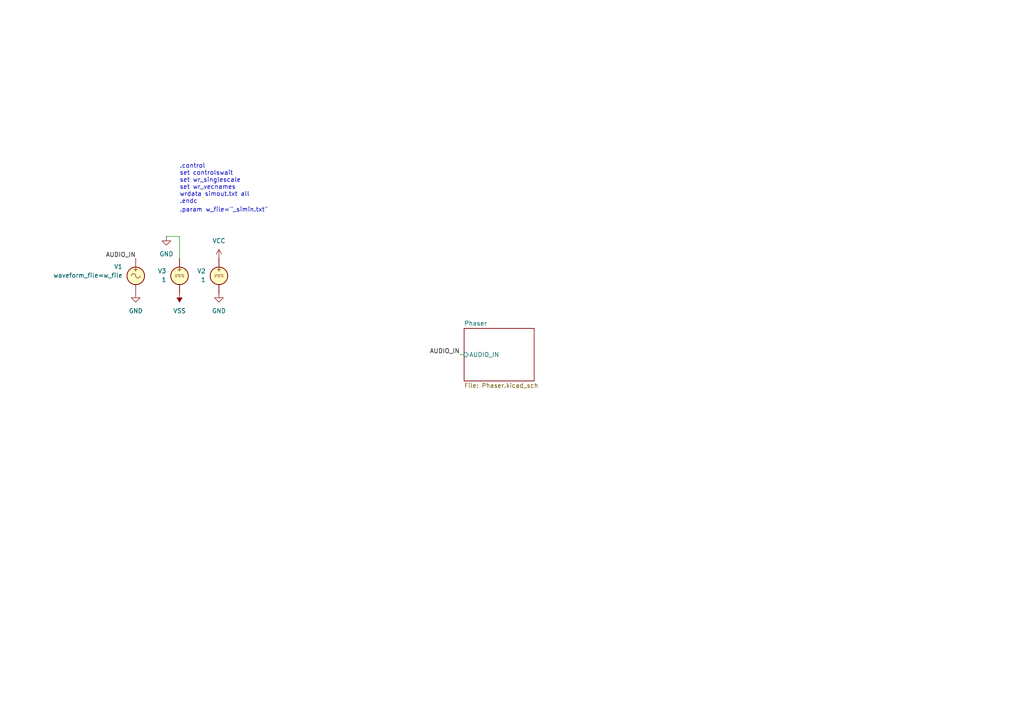
<source format=kicad_sch>
(kicad_sch (version 20250114) (generator "eeschema") (generator_version "9.0")
  (paper "A4")
  (lib_symbols
    (symbol "Simulation_SPICE:VDC" (pin_numbers (hide yes)) (pin_names (offset 0.0254))
      (property "Reference" "V" (at 2.54 2.54 0))
      (property "Value" "1" (at 2.54 0 0))
      (symbol "VDC_0_0"
        (polyline (pts (xy -1.27 0.254) (xy 1.27 0.254)))
        (polyline (pts (xy -0.762 -0.254) (xy -1.27 -0.254)))
        (polyline (pts (xy 0.254 -0.254) (xy -0.254 -0.254)))
        (polyline (pts (xy 1.27 -0.254) (xy 0.762 -0.254)))
        (text "+" (at 0 1.905 0) (effects (font (size 1.27 1.27))))
      )
      (symbol "VDC_0_1"
        (circle (center 0 0) (radius 2.54) (stroke (width 0.254)) (fill (type background)))
      )
      (symbol "VDC_1_1"
        (pin passive line (at 0 5.08 270) (length 2.54) (name "~") (number "1"))
        (pin passive line (at 0 -5.08 90) (length 2.54) (name "~") (number "2"))
      )
    )
    (symbol "Simulation_SPICE:VSIN" (pin_numbers (hide yes)) (pin_names (offset 0.0254))
      (property "Reference" "V" (at 2.54 2.54 0))
      (property "Value" "VSIN" (at 2.54 0 0))
      (property "Sim.Params" "dc=0 ampl=1 f=1k ac=1" (at 2.54 -2.54 0))
      (symbol "VSIN_0_0"
        (arc (start -1.27 0) (mid -0.635 0.6323) (end 0 0))
        (arc (start 1.27 0) (mid 0.635 -0.6323) (end 0 0))
        (text "+" (at 0 1.905 0) (effects (font (size 1.27 1.27))))
      )
      (symbol "VSIN_0_1"
        (circle (center 0 0) (radius 2.54) (stroke (width 0.254)) (fill (type background)))
      )
      (symbol "VSIN_1_1"
        (pin passive line (at 0 5.08 270) (length 2.54) (name "~") (number "1"))
        (pin passive line (at 0 -5.08 90) (length 2.54) (name "~") (number "2"))
      )
    )
    (symbol "power:GND" (power) (pin_numbers (hide yes)) (pin_names (offset 0) (hide yes))
      (property "Value" "GND" (at 0 -3.81 0))
      (symbol "GND_0_1"
        (polyline (pts (xy 0 0) (xy 0 -1.27) (xy 1.27 -1.27) (xy 0 -2.54) (xy -1.27 -1.27) (xy 0 -1.27)))
      )
      (symbol "GND_1_1"
        (pin power_in line (at 0 0 270) (length 0) (name "~") (number "1"))
      )
    )
    (symbol "power:VCC" (power) (pin_numbers (hide yes)) (pin_names (offset 0) (hide yes))
      (property "Value" "VCC" (at 0 3.556 0))
      (symbol "VCC_0_1"
        (polyline (pts (xy -0.762 1.27) (xy 0 2.54)))
        (polyline (pts (xy 0 2.54) (xy 0.762 1.27)))
        (polyline (pts (xy 0 0) (xy 0 2.54)))
      )
      (symbol "VCC_1_1"
        (pin power_in line (at 0 0 90) (length 0) (name "~") (number "1"))
      )
    )
    (symbol "power:VSS" (power) (pin_numbers (hide yes)) (pin_names (offset 0) (hide yes))
      (property "Value" "VSS" (at 0 3.556 0))
      (symbol "VSS_0_1"
        (polyline (pts (xy 0 0) (xy 0 2.54)))
        (polyline (pts (xy 0.762 1.27) (xy -0.762 1.27) (xy 0 2.54) (xy 0.762 1.27)) (fill (type outline)))
      )
      (symbol "VSS_1_1"
        (pin power_in line (at 0 0 90) (length 0) (name "~") (number "1"))
      )
    )
  )
  (text ".control\nset controlswait\nset wr_singlescale\nset wr_vecnames\nwrdata simout.txt all\n.endc" (at 52.07 53.34 0) (effects (font (size 1.27 1.27)) (justify left)))
  (text ".param w_file=\"${PROJECTNAME}_simin.txt\"" (at 52.07 60.96 0) (effects (font (size 1.27 1.27)) (justify left)))
  (wire (pts (xy 133.35 102.87) (xy 134.62 102.87)))
  (wire (pts (xy 52.07 68.58) (xy 52.07 74.93)))
  (wire (pts (xy 48.26 68.58) (xy 52.07 68.58)))
  (label "AUDIO_IN" (at 39.37 74.93 180))
  (label "AUDIO_IN" (at 133.35 102.87 180))
  (symbol (lib_id "Simulation_SPICE:VDC") (at 52.07 80.01 0) (unit 1)
    (property "Reference" "V3" (at 48.26 78.6101 0) (effects (justify right)))
    (property "Value" "1" (at 48.26 81.1501 0) (effects (justify right)))
    (property "Datasheet" "https://ngspice.sourceforge.io/docs/ngspice-html-manual/manual.xhtml#sec_Independent_Sources_for" (effects (hide yes)))
    (property "Description" "Voltage source, DC" (effects (hide yes)))
    (property "Sim.Pins" "1=+ 2=-" (effects (hide yes)))
    (property "Sim.Type" "DC" (effects (hide yes)))
    (property "Sim.Device" "V" (effects (hide yes)))
  )
  (symbol (lib_id "power:GND") (at 39.37 85.09 0) (unit 1)
    (property "Reference" "#PWR010" (effects (hide yes)))
    (property "Value" "GND" (at 39.37 90.17 0))
    (property "Description" "Power symbol creates a global label with name \"GND\" , ground" (effects (hide yes)))
  )
  (symbol (lib_id "Simulation_SPICE:VDC") (at 63.5 80.01 0) (unit 1)
    (property "Reference" "V2" (at 59.69 78.6101 0) (effects (justify right)))
    (property "Value" "1" (at 59.69 81.1501 0) (effects (justify right)))
    (property "Datasheet" "https://ngspice.sourceforge.io/docs/ngspice-html-manual/manual.xhtml#sec_Independent_Sources_for" (effects (hide yes)))
    (property "Description" "Voltage source, DC" (effects (hide yes)))
    (property "Sim.Pins" "1=+ 2=-" (effects (hide yes)))
    (property "Sim.Type" "DC" (effects (hide yes)))
    (property "Sim.Device" "V" (effects (hide yes)))
  )
  (symbol (lib_id "Simulation_SPICE:VSIN") (at 39.37 80.01 0) (unit 1)
    (property "Reference" "V1" (at 35.56 77.3401 0) (effects (justify right)))
    (property "Value" "${SIM.PARAMS}" (at 35.56 79.8801 0) (effects (justify right)))
    (property "Datasheet" "https://ngspice.sourceforge.io/docs/ngspice-html-manual/manual.xhtml#sec_Independent_Sources_for" (effects (hide yes)))
    (property "Description" "Voltage source, sinusoidal" (effects (hide yes)))
    (property "Sim.Pins" "1=n1 2=n2" (effects (hide yes)))
    (property "Sim.Device" "SUBCKT" (effects (hide yes)))
    (property "Sim.Library" "arbitrary_voltage_source.sub" (effects (hide yes)))
    (property "Sim.Name" "twosource" (effects (hide yes)))
    (property "Sim.Params" "waveform_file=w_file" (effects (hide yes)))
  )
  (symbol (lib_id "power:GND") (at 48.26 68.58 0) (unit 1)
    (property "Reference" "#PWR02" (effects (hide yes)))
    (property "Value" "GND" (at 48.26 73.66 0))
    (property "Description" "Power symbol creates a global label with name \"GND\" , ground" (effects (hide yes)))
  )
  (symbol (lib_id "power:GND") (at 63.5 85.09 0) (unit 1)
    (property "Reference" "#PWR04" (effects (hide yes)))
    (property "Value" "GND" (at 63.5 90.17 0))
    (property "Description" "Power symbol creates a global label with name \"GND\" , ground" (effects (hide yes)))
  )
  (symbol (lib_id "power:VCC") (at 63.5 74.93 0) (unit 1)
    (property "Reference" "#PWR05" (effects (hide yes)))
    (property "Value" "VCC" (at 63.5 69.85 0))
    (property "Description" "Power symbol creates a global label with name \"VCC\"" (effects (hide yes)))
  )
  (symbol (lib_id "power:VSS") (at 52.07 85.09 180) (unit 1)
    (property "Reference" "#PWR07" (effects (hide yes)))
    (property "Value" "VSS" (at 52.07 90.17 0))
    (property "Description" "Power symbol creates a global label with name \"VSS\"" (effects (hide yes)))
  )
  (sheet (at 134.62 95.25) (size 20.32 15.24) (exclude_from_sim yes) (stroke (width 0.1524))
    (property "Sheetname" "Phaser" (at 134.62 94.5384 0) (effects (justify left bottom)))
    (property "Sheetfile" "Phaser.kicad_sch" (at 134.62 111.0746 0) (effects (justify left top)))
    (pin "AUDIO_IN" input (at 134.62 102.87 180))
  )
)
</source>
